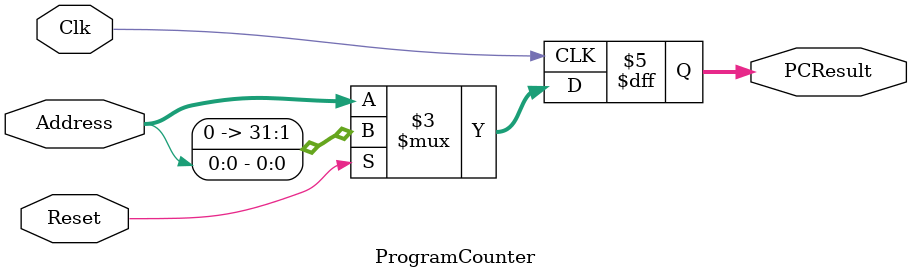
<source format=v>
`timescale 1ns / 1ps


module ProgramCounter(Address, PCResult, Reset, Clk);

	input [31:0] Address;
	input Reset, Clk;

	output reg [31:0] PCResult;

    /* Please fill in the implementation here... */
    always @(posedge Clk) begin
        if (Reset) begin
            PCResult <= Address[0];  //FIXME????
        end
        else begin
            PCResult <= Address;
        end
    end

endmodule


</source>
